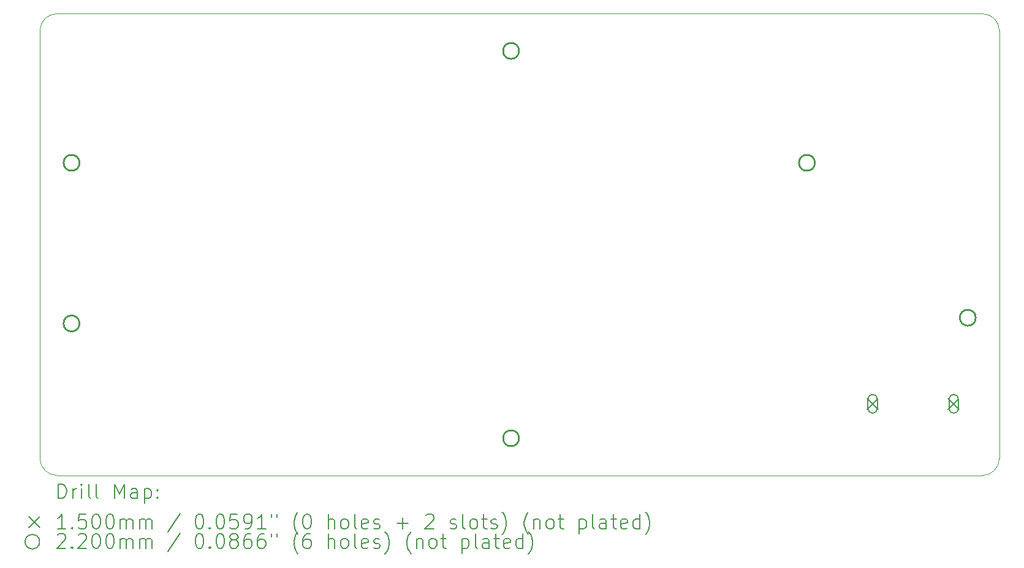
<source format=gbr>
%FSLAX45Y45*%
G04 Gerber Fmt 4.5, Leading zero omitted, Abs format (unit mm)*
G04 Created by KiCad (PCBNEW (6.0.1-0)) date 2023-03-27 09:33:37*
%MOMM*%
%LPD*%
G01*
G04 APERTURE LIST*
%TA.AperFunction,Profile*%
%ADD10C,0.100000*%
%TD*%
%ADD11C,0.200000*%
%ADD12C,0.150000*%
%ADD13C,0.220000*%
G04 APERTURE END LIST*
D10*
X7381875Y-5476875D02*
X20161250Y-5476875D01*
X20161250Y-11866562D02*
X7381875Y-11866562D01*
X7143750Y-5715000D02*
X7143750Y-11628437D01*
X20399375Y-5715000D02*
G75*
G03*
X20161250Y-5476875I-238125J0D01*
G01*
X20399375Y-5715000D02*
X20399375Y-11628437D01*
X20161250Y-11866562D02*
G75*
G03*
X20399375Y-11628437I0J238125D01*
G01*
X7143750Y-11628437D02*
G75*
G03*
X7381875Y-11866562I238125J0D01*
G01*
X7381875Y-5476875D02*
G75*
G03*
X7143750Y-5715000I0J-238125D01*
G01*
D11*
D12*
X18573750Y-10799375D02*
X18723750Y-10949375D01*
X18723750Y-10799375D02*
X18573750Y-10949375D01*
D11*
X18713750Y-10939375D02*
X18713750Y-10809375D01*
X18583750Y-10939375D02*
X18583750Y-10809375D01*
X18713750Y-10809375D02*
G75*
G03*
X18583750Y-10809375I-65000J0D01*
G01*
X18583750Y-10939375D02*
G75*
G03*
X18713750Y-10939375I65000J0D01*
G01*
D12*
X19693750Y-10799375D02*
X19843750Y-10949375D01*
X19843750Y-10799375D02*
X19693750Y-10949375D01*
D11*
X19833750Y-10939375D02*
X19833750Y-10809375D01*
X19703750Y-10939375D02*
X19703750Y-10809375D01*
X19833750Y-10809375D02*
G75*
G03*
X19703750Y-10809375I-65000J0D01*
G01*
X19703750Y-10939375D02*
G75*
G03*
X19833750Y-10939375I65000J0D01*
G01*
D13*
X7690312Y-7540625D02*
G75*
G03*
X7690312Y-7540625I-110000J0D01*
G01*
X7690312Y-9763125D02*
G75*
G03*
X7690312Y-9763125I-110000J0D01*
G01*
X13762500Y-5992812D02*
G75*
G03*
X13762500Y-5992812I-110000J0D01*
G01*
X13762500Y-11350625D02*
G75*
G03*
X13762500Y-11350625I-110000J0D01*
G01*
X17850313Y-7540625D02*
G75*
G03*
X17850313Y-7540625I-110000J0D01*
G01*
X20072813Y-9683750D02*
G75*
G03*
X20072813Y-9683750I-110000J0D01*
G01*
D11*
X7396369Y-12182039D02*
X7396369Y-11982039D01*
X7443988Y-11982039D01*
X7472559Y-11991562D01*
X7491607Y-12010610D01*
X7501131Y-12029658D01*
X7510655Y-12067753D01*
X7510655Y-12096324D01*
X7501131Y-12134420D01*
X7491607Y-12153467D01*
X7472559Y-12172515D01*
X7443988Y-12182039D01*
X7396369Y-12182039D01*
X7596369Y-12182039D02*
X7596369Y-12048705D01*
X7596369Y-12086800D02*
X7605893Y-12067753D01*
X7615417Y-12058229D01*
X7634464Y-12048705D01*
X7653512Y-12048705D01*
X7720178Y-12182039D02*
X7720178Y-12048705D01*
X7720178Y-11982039D02*
X7710655Y-11991562D01*
X7720178Y-12001086D01*
X7729702Y-11991562D01*
X7720178Y-11982039D01*
X7720178Y-12001086D01*
X7843988Y-12182039D02*
X7824940Y-12172515D01*
X7815417Y-12153467D01*
X7815417Y-11982039D01*
X7948750Y-12182039D02*
X7929702Y-12172515D01*
X7920178Y-12153467D01*
X7920178Y-11982039D01*
X8177321Y-12182039D02*
X8177321Y-11982039D01*
X8243988Y-12124896D01*
X8310655Y-11982039D01*
X8310655Y-12182039D01*
X8491607Y-12182039D02*
X8491607Y-12077277D01*
X8482083Y-12058229D01*
X8463036Y-12048705D01*
X8424940Y-12048705D01*
X8405893Y-12058229D01*
X8491607Y-12172515D02*
X8472560Y-12182039D01*
X8424940Y-12182039D01*
X8405893Y-12172515D01*
X8396369Y-12153467D01*
X8396369Y-12134420D01*
X8405893Y-12115372D01*
X8424940Y-12105848D01*
X8472560Y-12105848D01*
X8491607Y-12096324D01*
X8586845Y-12048705D02*
X8586845Y-12248705D01*
X8586845Y-12058229D02*
X8605893Y-12048705D01*
X8643988Y-12048705D01*
X8663036Y-12058229D01*
X8672560Y-12067753D01*
X8682083Y-12086800D01*
X8682083Y-12143943D01*
X8672560Y-12162991D01*
X8663036Y-12172515D01*
X8643988Y-12182039D01*
X8605893Y-12182039D01*
X8586845Y-12172515D01*
X8767798Y-12162991D02*
X8777321Y-12172515D01*
X8767798Y-12182039D01*
X8758274Y-12172515D01*
X8767798Y-12162991D01*
X8767798Y-12182039D01*
X8767798Y-12058229D02*
X8777321Y-12067753D01*
X8767798Y-12077277D01*
X8758274Y-12067753D01*
X8767798Y-12058229D01*
X8767798Y-12077277D01*
D12*
X6988750Y-12436562D02*
X7138750Y-12586562D01*
X7138750Y-12436562D02*
X6988750Y-12586562D01*
D11*
X7501131Y-12602039D02*
X7386845Y-12602039D01*
X7443988Y-12602039D02*
X7443988Y-12402039D01*
X7424940Y-12430610D01*
X7405893Y-12449658D01*
X7386845Y-12459181D01*
X7586845Y-12582991D02*
X7596369Y-12592515D01*
X7586845Y-12602039D01*
X7577321Y-12592515D01*
X7586845Y-12582991D01*
X7586845Y-12602039D01*
X7777321Y-12402039D02*
X7682083Y-12402039D01*
X7672559Y-12497277D01*
X7682083Y-12487753D01*
X7701131Y-12478229D01*
X7748750Y-12478229D01*
X7767798Y-12487753D01*
X7777321Y-12497277D01*
X7786845Y-12516324D01*
X7786845Y-12563943D01*
X7777321Y-12582991D01*
X7767798Y-12592515D01*
X7748750Y-12602039D01*
X7701131Y-12602039D01*
X7682083Y-12592515D01*
X7672559Y-12582991D01*
X7910655Y-12402039D02*
X7929702Y-12402039D01*
X7948750Y-12411562D01*
X7958274Y-12421086D01*
X7967798Y-12440134D01*
X7977321Y-12478229D01*
X7977321Y-12525848D01*
X7967798Y-12563943D01*
X7958274Y-12582991D01*
X7948750Y-12592515D01*
X7929702Y-12602039D01*
X7910655Y-12602039D01*
X7891607Y-12592515D01*
X7882083Y-12582991D01*
X7872559Y-12563943D01*
X7863036Y-12525848D01*
X7863036Y-12478229D01*
X7872559Y-12440134D01*
X7882083Y-12421086D01*
X7891607Y-12411562D01*
X7910655Y-12402039D01*
X8101131Y-12402039D02*
X8120178Y-12402039D01*
X8139226Y-12411562D01*
X8148750Y-12421086D01*
X8158274Y-12440134D01*
X8167798Y-12478229D01*
X8167798Y-12525848D01*
X8158274Y-12563943D01*
X8148750Y-12582991D01*
X8139226Y-12592515D01*
X8120178Y-12602039D01*
X8101131Y-12602039D01*
X8082083Y-12592515D01*
X8072559Y-12582991D01*
X8063036Y-12563943D01*
X8053512Y-12525848D01*
X8053512Y-12478229D01*
X8063036Y-12440134D01*
X8072559Y-12421086D01*
X8082083Y-12411562D01*
X8101131Y-12402039D01*
X8253512Y-12602039D02*
X8253512Y-12468705D01*
X8253512Y-12487753D02*
X8263036Y-12478229D01*
X8282083Y-12468705D01*
X8310655Y-12468705D01*
X8329702Y-12478229D01*
X8339226Y-12497277D01*
X8339226Y-12602039D01*
X8339226Y-12497277D02*
X8348750Y-12478229D01*
X8367798Y-12468705D01*
X8396369Y-12468705D01*
X8415417Y-12478229D01*
X8424940Y-12497277D01*
X8424940Y-12602039D01*
X8520179Y-12602039D02*
X8520179Y-12468705D01*
X8520179Y-12487753D02*
X8529702Y-12478229D01*
X8548750Y-12468705D01*
X8577321Y-12468705D01*
X8596369Y-12478229D01*
X8605893Y-12497277D01*
X8605893Y-12602039D01*
X8605893Y-12497277D02*
X8615417Y-12478229D01*
X8634464Y-12468705D01*
X8663036Y-12468705D01*
X8682083Y-12478229D01*
X8691607Y-12497277D01*
X8691607Y-12602039D01*
X9082083Y-12392515D02*
X8910655Y-12649658D01*
X9339226Y-12402039D02*
X9358274Y-12402039D01*
X9377321Y-12411562D01*
X9386845Y-12421086D01*
X9396369Y-12440134D01*
X9405893Y-12478229D01*
X9405893Y-12525848D01*
X9396369Y-12563943D01*
X9386845Y-12582991D01*
X9377321Y-12592515D01*
X9358274Y-12602039D01*
X9339226Y-12602039D01*
X9320179Y-12592515D01*
X9310655Y-12582991D01*
X9301131Y-12563943D01*
X9291607Y-12525848D01*
X9291607Y-12478229D01*
X9301131Y-12440134D01*
X9310655Y-12421086D01*
X9320179Y-12411562D01*
X9339226Y-12402039D01*
X9491607Y-12582991D02*
X9501131Y-12592515D01*
X9491607Y-12602039D01*
X9482083Y-12592515D01*
X9491607Y-12582991D01*
X9491607Y-12602039D01*
X9624940Y-12402039D02*
X9643988Y-12402039D01*
X9663036Y-12411562D01*
X9672560Y-12421086D01*
X9682083Y-12440134D01*
X9691607Y-12478229D01*
X9691607Y-12525848D01*
X9682083Y-12563943D01*
X9672560Y-12582991D01*
X9663036Y-12592515D01*
X9643988Y-12602039D01*
X9624940Y-12602039D01*
X9605893Y-12592515D01*
X9596369Y-12582991D01*
X9586845Y-12563943D01*
X9577321Y-12525848D01*
X9577321Y-12478229D01*
X9586845Y-12440134D01*
X9596369Y-12421086D01*
X9605893Y-12411562D01*
X9624940Y-12402039D01*
X9872560Y-12402039D02*
X9777321Y-12402039D01*
X9767798Y-12497277D01*
X9777321Y-12487753D01*
X9796369Y-12478229D01*
X9843988Y-12478229D01*
X9863036Y-12487753D01*
X9872560Y-12497277D01*
X9882083Y-12516324D01*
X9882083Y-12563943D01*
X9872560Y-12582991D01*
X9863036Y-12592515D01*
X9843988Y-12602039D01*
X9796369Y-12602039D01*
X9777321Y-12592515D01*
X9767798Y-12582991D01*
X9977321Y-12602039D02*
X10015417Y-12602039D01*
X10034464Y-12592515D01*
X10043988Y-12582991D01*
X10063036Y-12554420D01*
X10072560Y-12516324D01*
X10072560Y-12440134D01*
X10063036Y-12421086D01*
X10053512Y-12411562D01*
X10034464Y-12402039D01*
X9996369Y-12402039D01*
X9977321Y-12411562D01*
X9967798Y-12421086D01*
X9958274Y-12440134D01*
X9958274Y-12487753D01*
X9967798Y-12506800D01*
X9977321Y-12516324D01*
X9996369Y-12525848D01*
X10034464Y-12525848D01*
X10053512Y-12516324D01*
X10063036Y-12506800D01*
X10072560Y-12487753D01*
X10263036Y-12602039D02*
X10148750Y-12602039D01*
X10205893Y-12602039D02*
X10205893Y-12402039D01*
X10186845Y-12430610D01*
X10167798Y-12449658D01*
X10148750Y-12459181D01*
X10339226Y-12402039D02*
X10339226Y-12440134D01*
X10415417Y-12402039D02*
X10415417Y-12440134D01*
X10710655Y-12678229D02*
X10701131Y-12668705D01*
X10682083Y-12640134D01*
X10672560Y-12621086D01*
X10663036Y-12592515D01*
X10653512Y-12544896D01*
X10653512Y-12506800D01*
X10663036Y-12459181D01*
X10672560Y-12430610D01*
X10682083Y-12411562D01*
X10701131Y-12382991D01*
X10710655Y-12373467D01*
X10824940Y-12402039D02*
X10843988Y-12402039D01*
X10863036Y-12411562D01*
X10872560Y-12421086D01*
X10882083Y-12440134D01*
X10891607Y-12478229D01*
X10891607Y-12525848D01*
X10882083Y-12563943D01*
X10872560Y-12582991D01*
X10863036Y-12592515D01*
X10843988Y-12602039D01*
X10824940Y-12602039D01*
X10805893Y-12592515D01*
X10796369Y-12582991D01*
X10786845Y-12563943D01*
X10777321Y-12525848D01*
X10777321Y-12478229D01*
X10786845Y-12440134D01*
X10796369Y-12421086D01*
X10805893Y-12411562D01*
X10824940Y-12402039D01*
X11129702Y-12602039D02*
X11129702Y-12402039D01*
X11215417Y-12602039D02*
X11215417Y-12497277D01*
X11205893Y-12478229D01*
X11186845Y-12468705D01*
X11158274Y-12468705D01*
X11139226Y-12478229D01*
X11129702Y-12487753D01*
X11339226Y-12602039D02*
X11320178Y-12592515D01*
X11310655Y-12582991D01*
X11301131Y-12563943D01*
X11301131Y-12506800D01*
X11310655Y-12487753D01*
X11320178Y-12478229D01*
X11339226Y-12468705D01*
X11367798Y-12468705D01*
X11386845Y-12478229D01*
X11396369Y-12487753D01*
X11405893Y-12506800D01*
X11405893Y-12563943D01*
X11396369Y-12582991D01*
X11386845Y-12592515D01*
X11367798Y-12602039D01*
X11339226Y-12602039D01*
X11520178Y-12602039D02*
X11501131Y-12592515D01*
X11491607Y-12573467D01*
X11491607Y-12402039D01*
X11672559Y-12592515D02*
X11653512Y-12602039D01*
X11615417Y-12602039D01*
X11596369Y-12592515D01*
X11586845Y-12573467D01*
X11586845Y-12497277D01*
X11596369Y-12478229D01*
X11615417Y-12468705D01*
X11653512Y-12468705D01*
X11672559Y-12478229D01*
X11682083Y-12497277D01*
X11682083Y-12516324D01*
X11586845Y-12535372D01*
X11758274Y-12592515D02*
X11777321Y-12602039D01*
X11815417Y-12602039D01*
X11834464Y-12592515D01*
X11843988Y-12573467D01*
X11843988Y-12563943D01*
X11834464Y-12544896D01*
X11815417Y-12535372D01*
X11786845Y-12535372D01*
X11767798Y-12525848D01*
X11758274Y-12506800D01*
X11758274Y-12497277D01*
X11767798Y-12478229D01*
X11786845Y-12468705D01*
X11815417Y-12468705D01*
X11834464Y-12478229D01*
X12082083Y-12525848D02*
X12234464Y-12525848D01*
X12158274Y-12602039D02*
X12158274Y-12449658D01*
X12472559Y-12421086D02*
X12482083Y-12411562D01*
X12501131Y-12402039D01*
X12548750Y-12402039D01*
X12567798Y-12411562D01*
X12577321Y-12421086D01*
X12586845Y-12440134D01*
X12586845Y-12459181D01*
X12577321Y-12487753D01*
X12463036Y-12602039D01*
X12586845Y-12602039D01*
X12815417Y-12592515D02*
X12834464Y-12602039D01*
X12872559Y-12602039D01*
X12891607Y-12592515D01*
X12901131Y-12573467D01*
X12901131Y-12563943D01*
X12891607Y-12544896D01*
X12872559Y-12535372D01*
X12843988Y-12535372D01*
X12824940Y-12525848D01*
X12815417Y-12506800D01*
X12815417Y-12497277D01*
X12824940Y-12478229D01*
X12843988Y-12468705D01*
X12872559Y-12468705D01*
X12891607Y-12478229D01*
X13015417Y-12602039D02*
X12996369Y-12592515D01*
X12986845Y-12573467D01*
X12986845Y-12402039D01*
X13120178Y-12602039D02*
X13101131Y-12592515D01*
X13091607Y-12582991D01*
X13082083Y-12563943D01*
X13082083Y-12506800D01*
X13091607Y-12487753D01*
X13101131Y-12478229D01*
X13120178Y-12468705D01*
X13148750Y-12468705D01*
X13167798Y-12478229D01*
X13177321Y-12487753D01*
X13186845Y-12506800D01*
X13186845Y-12563943D01*
X13177321Y-12582991D01*
X13167798Y-12592515D01*
X13148750Y-12602039D01*
X13120178Y-12602039D01*
X13243988Y-12468705D02*
X13320178Y-12468705D01*
X13272559Y-12402039D02*
X13272559Y-12573467D01*
X13282083Y-12592515D01*
X13301131Y-12602039D01*
X13320178Y-12602039D01*
X13377321Y-12592515D02*
X13396369Y-12602039D01*
X13434464Y-12602039D01*
X13453512Y-12592515D01*
X13463036Y-12573467D01*
X13463036Y-12563943D01*
X13453512Y-12544896D01*
X13434464Y-12535372D01*
X13405893Y-12535372D01*
X13386845Y-12525848D01*
X13377321Y-12506800D01*
X13377321Y-12497277D01*
X13386845Y-12478229D01*
X13405893Y-12468705D01*
X13434464Y-12468705D01*
X13453512Y-12478229D01*
X13529702Y-12678229D02*
X13539226Y-12668705D01*
X13558274Y-12640134D01*
X13567798Y-12621086D01*
X13577321Y-12592515D01*
X13586845Y-12544896D01*
X13586845Y-12506800D01*
X13577321Y-12459181D01*
X13567798Y-12430610D01*
X13558274Y-12411562D01*
X13539226Y-12382991D01*
X13529702Y-12373467D01*
X13891607Y-12678229D02*
X13882083Y-12668705D01*
X13863036Y-12640134D01*
X13853512Y-12621086D01*
X13843988Y-12592515D01*
X13834464Y-12544896D01*
X13834464Y-12506800D01*
X13843988Y-12459181D01*
X13853512Y-12430610D01*
X13863036Y-12411562D01*
X13882083Y-12382991D01*
X13891607Y-12373467D01*
X13967798Y-12468705D02*
X13967798Y-12602039D01*
X13967798Y-12487753D02*
X13977321Y-12478229D01*
X13996369Y-12468705D01*
X14024940Y-12468705D01*
X14043988Y-12478229D01*
X14053512Y-12497277D01*
X14053512Y-12602039D01*
X14177321Y-12602039D02*
X14158274Y-12592515D01*
X14148750Y-12582991D01*
X14139226Y-12563943D01*
X14139226Y-12506800D01*
X14148750Y-12487753D01*
X14158274Y-12478229D01*
X14177321Y-12468705D01*
X14205893Y-12468705D01*
X14224940Y-12478229D01*
X14234464Y-12487753D01*
X14243988Y-12506800D01*
X14243988Y-12563943D01*
X14234464Y-12582991D01*
X14224940Y-12592515D01*
X14205893Y-12602039D01*
X14177321Y-12602039D01*
X14301131Y-12468705D02*
X14377321Y-12468705D01*
X14329702Y-12402039D02*
X14329702Y-12573467D01*
X14339226Y-12592515D01*
X14358274Y-12602039D01*
X14377321Y-12602039D01*
X14596369Y-12468705D02*
X14596369Y-12668705D01*
X14596369Y-12478229D02*
X14615417Y-12468705D01*
X14653512Y-12468705D01*
X14672559Y-12478229D01*
X14682083Y-12487753D01*
X14691607Y-12506800D01*
X14691607Y-12563943D01*
X14682083Y-12582991D01*
X14672559Y-12592515D01*
X14653512Y-12602039D01*
X14615417Y-12602039D01*
X14596369Y-12592515D01*
X14805893Y-12602039D02*
X14786845Y-12592515D01*
X14777321Y-12573467D01*
X14777321Y-12402039D01*
X14967798Y-12602039D02*
X14967798Y-12497277D01*
X14958274Y-12478229D01*
X14939226Y-12468705D01*
X14901131Y-12468705D01*
X14882083Y-12478229D01*
X14967798Y-12592515D02*
X14948750Y-12602039D01*
X14901131Y-12602039D01*
X14882083Y-12592515D01*
X14872559Y-12573467D01*
X14872559Y-12554420D01*
X14882083Y-12535372D01*
X14901131Y-12525848D01*
X14948750Y-12525848D01*
X14967798Y-12516324D01*
X15034464Y-12468705D02*
X15110655Y-12468705D01*
X15063036Y-12402039D02*
X15063036Y-12573467D01*
X15072559Y-12592515D01*
X15091607Y-12602039D01*
X15110655Y-12602039D01*
X15253512Y-12592515D02*
X15234464Y-12602039D01*
X15196369Y-12602039D01*
X15177321Y-12592515D01*
X15167798Y-12573467D01*
X15167798Y-12497277D01*
X15177321Y-12478229D01*
X15196369Y-12468705D01*
X15234464Y-12468705D01*
X15253512Y-12478229D01*
X15263036Y-12497277D01*
X15263036Y-12516324D01*
X15167798Y-12535372D01*
X15434464Y-12602039D02*
X15434464Y-12402039D01*
X15434464Y-12592515D02*
X15415417Y-12602039D01*
X15377321Y-12602039D01*
X15358274Y-12592515D01*
X15348750Y-12582991D01*
X15339226Y-12563943D01*
X15339226Y-12506800D01*
X15348750Y-12487753D01*
X15358274Y-12478229D01*
X15377321Y-12468705D01*
X15415417Y-12468705D01*
X15434464Y-12478229D01*
X15510655Y-12678229D02*
X15520178Y-12668705D01*
X15539226Y-12640134D01*
X15548750Y-12621086D01*
X15558274Y-12592515D01*
X15567798Y-12544896D01*
X15567798Y-12506800D01*
X15558274Y-12459181D01*
X15548750Y-12430610D01*
X15539226Y-12411562D01*
X15520178Y-12382991D01*
X15510655Y-12373467D01*
X7138750Y-12781562D02*
G75*
G03*
X7138750Y-12781562I-100000J0D01*
G01*
X7386845Y-12691086D02*
X7396369Y-12681562D01*
X7415417Y-12672039D01*
X7463036Y-12672039D01*
X7482083Y-12681562D01*
X7491607Y-12691086D01*
X7501131Y-12710134D01*
X7501131Y-12729181D01*
X7491607Y-12757753D01*
X7377321Y-12872039D01*
X7501131Y-12872039D01*
X7586845Y-12852991D02*
X7596369Y-12862515D01*
X7586845Y-12872039D01*
X7577321Y-12862515D01*
X7586845Y-12852991D01*
X7586845Y-12872039D01*
X7672559Y-12691086D02*
X7682083Y-12681562D01*
X7701131Y-12672039D01*
X7748750Y-12672039D01*
X7767798Y-12681562D01*
X7777321Y-12691086D01*
X7786845Y-12710134D01*
X7786845Y-12729181D01*
X7777321Y-12757753D01*
X7663036Y-12872039D01*
X7786845Y-12872039D01*
X7910655Y-12672039D02*
X7929702Y-12672039D01*
X7948750Y-12681562D01*
X7958274Y-12691086D01*
X7967798Y-12710134D01*
X7977321Y-12748229D01*
X7977321Y-12795848D01*
X7967798Y-12833943D01*
X7958274Y-12852991D01*
X7948750Y-12862515D01*
X7929702Y-12872039D01*
X7910655Y-12872039D01*
X7891607Y-12862515D01*
X7882083Y-12852991D01*
X7872559Y-12833943D01*
X7863036Y-12795848D01*
X7863036Y-12748229D01*
X7872559Y-12710134D01*
X7882083Y-12691086D01*
X7891607Y-12681562D01*
X7910655Y-12672039D01*
X8101131Y-12672039D02*
X8120178Y-12672039D01*
X8139226Y-12681562D01*
X8148750Y-12691086D01*
X8158274Y-12710134D01*
X8167798Y-12748229D01*
X8167798Y-12795848D01*
X8158274Y-12833943D01*
X8148750Y-12852991D01*
X8139226Y-12862515D01*
X8120178Y-12872039D01*
X8101131Y-12872039D01*
X8082083Y-12862515D01*
X8072559Y-12852991D01*
X8063036Y-12833943D01*
X8053512Y-12795848D01*
X8053512Y-12748229D01*
X8063036Y-12710134D01*
X8072559Y-12691086D01*
X8082083Y-12681562D01*
X8101131Y-12672039D01*
X8253512Y-12872039D02*
X8253512Y-12738705D01*
X8253512Y-12757753D02*
X8263036Y-12748229D01*
X8282083Y-12738705D01*
X8310655Y-12738705D01*
X8329702Y-12748229D01*
X8339226Y-12767277D01*
X8339226Y-12872039D01*
X8339226Y-12767277D02*
X8348750Y-12748229D01*
X8367798Y-12738705D01*
X8396369Y-12738705D01*
X8415417Y-12748229D01*
X8424940Y-12767277D01*
X8424940Y-12872039D01*
X8520179Y-12872039D02*
X8520179Y-12738705D01*
X8520179Y-12757753D02*
X8529702Y-12748229D01*
X8548750Y-12738705D01*
X8577321Y-12738705D01*
X8596369Y-12748229D01*
X8605893Y-12767277D01*
X8605893Y-12872039D01*
X8605893Y-12767277D02*
X8615417Y-12748229D01*
X8634464Y-12738705D01*
X8663036Y-12738705D01*
X8682083Y-12748229D01*
X8691607Y-12767277D01*
X8691607Y-12872039D01*
X9082083Y-12662515D02*
X8910655Y-12919658D01*
X9339226Y-12672039D02*
X9358274Y-12672039D01*
X9377321Y-12681562D01*
X9386845Y-12691086D01*
X9396369Y-12710134D01*
X9405893Y-12748229D01*
X9405893Y-12795848D01*
X9396369Y-12833943D01*
X9386845Y-12852991D01*
X9377321Y-12862515D01*
X9358274Y-12872039D01*
X9339226Y-12872039D01*
X9320179Y-12862515D01*
X9310655Y-12852991D01*
X9301131Y-12833943D01*
X9291607Y-12795848D01*
X9291607Y-12748229D01*
X9301131Y-12710134D01*
X9310655Y-12691086D01*
X9320179Y-12681562D01*
X9339226Y-12672039D01*
X9491607Y-12852991D02*
X9501131Y-12862515D01*
X9491607Y-12872039D01*
X9482083Y-12862515D01*
X9491607Y-12852991D01*
X9491607Y-12872039D01*
X9624940Y-12672039D02*
X9643988Y-12672039D01*
X9663036Y-12681562D01*
X9672560Y-12691086D01*
X9682083Y-12710134D01*
X9691607Y-12748229D01*
X9691607Y-12795848D01*
X9682083Y-12833943D01*
X9672560Y-12852991D01*
X9663036Y-12862515D01*
X9643988Y-12872039D01*
X9624940Y-12872039D01*
X9605893Y-12862515D01*
X9596369Y-12852991D01*
X9586845Y-12833943D01*
X9577321Y-12795848D01*
X9577321Y-12748229D01*
X9586845Y-12710134D01*
X9596369Y-12691086D01*
X9605893Y-12681562D01*
X9624940Y-12672039D01*
X9805893Y-12757753D02*
X9786845Y-12748229D01*
X9777321Y-12738705D01*
X9767798Y-12719658D01*
X9767798Y-12710134D01*
X9777321Y-12691086D01*
X9786845Y-12681562D01*
X9805893Y-12672039D01*
X9843988Y-12672039D01*
X9863036Y-12681562D01*
X9872560Y-12691086D01*
X9882083Y-12710134D01*
X9882083Y-12719658D01*
X9872560Y-12738705D01*
X9863036Y-12748229D01*
X9843988Y-12757753D01*
X9805893Y-12757753D01*
X9786845Y-12767277D01*
X9777321Y-12776800D01*
X9767798Y-12795848D01*
X9767798Y-12833943D01*
X9777321Y-12852991D01*
X9786845Y-12862515D01*
X9805893Y-12872039D01*
X9843988Y-12872039D01*
X9863036Y-12862515D01*
X9872560Y-12852991D01*
X9882083Y-12833943D01*
X9882083Y-12795848D01*
X9872560Y-12776800D01*
X9863036Y-12767277D01*
X9843988Y-12757753D01*
X10053512Y-12672039D02*
X10015417Y-12672039D01*
X9996369Y-12681562D01*
X9986845Y-12691086D01*
X9967798Y-12719658D01*
X9958274Y-12757753D01*
X9958274Y-12833943D01*
X9967798Y-12852991D01*
X9977321Y-12862515D01*
X9996369Y-12872039D01*
X10034464Y-12872039D01*
X10053512Y-12862515D01*
X10063036Y-12852991D01*
X10072560Y-12833943D01*
X10072560Y-12786324D01*
X10063036Y-12767277D01*
X10053512Y-12757753D01*
X10034464Y-12748229D01*
X9996369Y-12748229D01*
X9977321Y-12757753D01*
X9967798Y-12767277D01*
X9958274Y-12786324D01*
X10243988Y-12672039D02*
X10205893Y-12672039D01*
X10186845Y-12681562D01*
X10177321Y-12691086D01*
X10158274Y-12719658D01*
X10148750Y-12757753D01*
X10148750Y-12833943D01*
X10158274Y-12852991D01*
X10167798Y-12862515D01*
X10186845Y-12872039D01*
X10224940Y-12872039D01*
X10243988Y-12862515D01*
X10253512Y-12852991D01*
X10263036Y-12833943D01*
X10263036Y-12786324D01*
X10253512Y-12767277D01*
X10243988Y-12757753D01*
X10224940Y-12748229D01*
X10186845Y-12748229D01*
X10167798Y-12757753D01*
X10158274Y-12767277D01*
X10148750Y-12786324D01*
X10339226Y-12672039D02*
X10339226Y-12710134D01*
X10415417Y-12672039D02*
X10415417Y-12710134D01*
X10710655Y-12948229D02*
X10701131Y-12938705D01*
X10682083Y-12910134D01*
X10672560Y-12891086D01*
X10663036Y-12862515D01*
X10653512Y-12814896D01*
X10653512Y-12776800D01*
X10663036Y-12729181D01*
X10672560Y-12700610D01*
X10682083Y-12681562D01*
X10701131Y-12652991D01*
X10710655Y-12643467D01*
X10872560Y-12672039D02*
X10834464Y-12672039D01*
X10815417Y-12681562D01*
X10805893Y-12691086D01*
X10786845Y-12719658D01*
X10777321Y-12757753D01*
X10777321Y-12833943D01*
X10786845Y-12852991D01*
X10796369Y-12862515D01*
X10815417Y-12872039D01*
X10853512Y-12872039D01*
X10872560Y-12862515D01*
X10882083Y-12852991D01*
X10891607Y-12833943D01*
X10891607Y-12786324D01*
X10882083Y-12767277D01*
X10872560Y-12757753D01*
X10853512Y-12748229D01*
X10815417Y-12748229D01*
X10796369Y-12757753D01*
X10786845Y-12767277D01*
X10777321Y-12786324D01*
X11129702Y-12872039D02*
X11129702Y-12672039D01*
X11215417Y-12872039D02*
X11215417Y-12767277D01*
X11205893Y-12748229D01*
X11186845Y-12738705D01*
X11158274Y-12738705D01*
X11139226Y-12748229D01*
X11129702Y-12757753D01*
X11339226Y-12872039D02*
X11320178Y-12862515D01*
X11310655Y-12852991D01*
X11301131Y-12833943D01*
X11301131Y-12776800D01*
X11310655Y-12757753D01*
X11320178Y-12748229D01*
X11339226Y-12738705D01*
X11367798Y-12738705D01*
X11386845Y-12748229D01*
X11396369Y-12757753D01*
X11405893Y-12776800D01*
X11405893Y-12833943D01*
X11396369Y-12852991D01*
X11386845Y-12862515D01*
X11367798Y-12872039D01*
X11339226Y-12872039D01*
X11520178Y-12872039D02*
X11501131Y-12862515D01*
X11491607Y-12843467D01*
X11491607Y-12672039D01*
X11672559Y-12862515D02*
X11653512Y-12872039D01*
X11615417Y-12872039D01*
X11596369Y-12862515D01*
X11586845Y-12843467D01*
X11586845Y-12767277D01*
X11596369Y-12748229D01*
X11615417Y-12738705D01*
X11653512Y-12738705D01*
X11672559Y-12748229D01*
X11682083Y-12767277D01*
X11682083Y-12786324D01*
X11586845Y-12805372D01*
X11758274Y-12862515D02*
X11777321Y-12872039D01*
X11815417Y-12872039D01*
X11834464Y-12862515D01*
X11843988Y-12843467D01*
X11843988Y-12833943D01*
X11834464Y-12814896D01*
X11815417Y-12805372D01*
X11786845Y-12805372D01*
X11767798Y-12795848D01*
X11758274Y-12776800D01*
X11758274Y-12767277D01*
X11767798Y-12748229D01*
X11786845Y-12738705D01*
X11815417Y-12738705D01*
X11834464Y-12748229D01*
X11910655Y-12948229D02*
X11920178Y-12938705D01*
X11939226Y-12910134D01*
X11948750Y-12891086D01*
X11958274Y-12862515D01*
X11967798Y-12814896D01*
X11967798Y-12776800D01*
X11958274Y-12729181D01*
X11948750Y-12700610D01*
X11939226Y-12681562D01*
X11920178Y-12652991D01*
X11910655Y-12643467D01*
X12272559Y-12948229D02*
X12263036Y-12938705D01*
X12243988Y-12910134D01*
X12234464Y-12891086D01*
X12224940Y-12862515D01*
X12215417Y-12814896D01*
X12215417Y-12776800D01*
X12224940Y-12729181D01*
X12234464Y-12700610D01*
X12243988Y-12681562D01*
X12263036Y-12652991D01*
X12272559Y-12643467D01*
X12348750Y-12738705D02*
X12348750Y-12872039D01*
X12348750Y-12757753D02*
X12358274Y-12748229D01*
X12377321Y-12738705D01*
X12405893Y-12738705D01*
X12424940Y-12748229D01*
X12434464Y-12767277D01*
X12434464Y-12872039D01*
X12558274Y-12872039D02*
X12539226Y-12862515D01*
X12529702Y-12852991D01*
X12520178Y-12833943D01*
X12520178Y-12776800D01*
X12529702Y-12757753D01*
X12539226Y-12748229D01*
X12558274Y-12738705D01*
X12586845Y-12738705D01*
X12605893Y-12748229D01*
X12615417Y-12757753D01*
X12624940Y-12776800D01*
X12624940Y-12833943D01*
X12615417Y-12852991D01*
X12605893Y-12862515D01*
X12586845Y-12872039D01*
X12558274Y-12872039D01*
X12682083Y-12738705D02*
X12758274Y-12738705D01*
X12710655Y-12672039D02*
X12710655Y-12843467D01*
X12720178Y-12862515D01*
X12739226Y-12872039D01*
X12758274Y-12872039D01*
X12977321Y-12738705D02*
X12977321Y-12938705D01*
X12977321Y-12748229D02*
X12996369Y-12738705D01*
X13034464Y-12738705D01*
X13053512Y-12748229D01*
X13063036Y-12757753D01*
X13072559Y-12776800D01*
X13072559Y-12833943D01*
X13063036Y-12852991D01*
X13053512Y-12862515D01*
X13034464Y-12872039D01*
X12996369Y-12872039D01*
X12977321Y-12862515D01*
X13186845Y-12872039D02*
X13167798Y-12862515D01*
X13158274Y-12843467D01*
X13158274Y-12672039D01*
X13348750Y-12872039D02*
X13348750Y-12767277D01*
X13339226Y-12748229D01*
X13320178Y-12738705D01*
X13282083Y-12738705D01*
X13263036Y-12748229D01*
X13348750Y-12862515D02*
X13329702Y-12872039D01*
X13282083Y-12872039D01*
X13263036Y-12862515D01*
X13253512Y-12843467D01*
X13253512Y-12824420D01*
X13263036Y-12805372D01*
X13282083Y-12795848D01*
X13329702Y-12795848D01*
X13348750Y-12786324D01*
X13415417Y-12738705D02*
X13491607Y-12738705D01*
X13443988Y-12672039D02*
X13443988Y-12843467D01*
X13453512Y-12862515D01*
X13472559Y-12872039D01*
X13491607Y-12872039D01*
X13634464Y-12862515D02*
X13615417Y-12872039D01*
X13577321Y-12872039D01*
X13558274Y-12862515D01*
X13548750Y-12843467D01*
X13548750Y-12767277D01*
X13558274Y-12748229D01*
X13577321Y-12738705D01*
X13615417Y-12738705D01*
X13634464Y-12748229D01*
X13643988Y-12767277D01*
X13643988Y-12786324D01*
X13548750Y-12805372D01*
X13815417Y-12872039D02*
X13815417Y-12672039D01*
X13815417Y-12862515D02*
X13796369Y-12872039D01*
X13758274Y-12872039D01*
X13739226Y-12862515D01*
X13729702Y-12852991D01*
X13720178Y-12833943D01*
X13720178Y-12776800D01*
X13729702Y-12757753D01*
X13739226Y-12748229D01*
X13758274Y-12738705D01*
X13796369Y-12738705D01*
X13815417Y-12748229D01*
X13891607Y-12948229D02*
X13901131Y-12938705D01*
X13920178Y-12910134D01*
X13929702Y-12891086D01*
X13939226Y-12862515D01*
X13948750Y-12814896D01*
X13948750Y-12776800D01*
X13939226Y-12729181D01*
X13929702Y-12700610D01*
X13920178Y-12681562D01*
X13901131Y-12652991D01*
X13891607Y-12643467D01*
M02*

</source>
